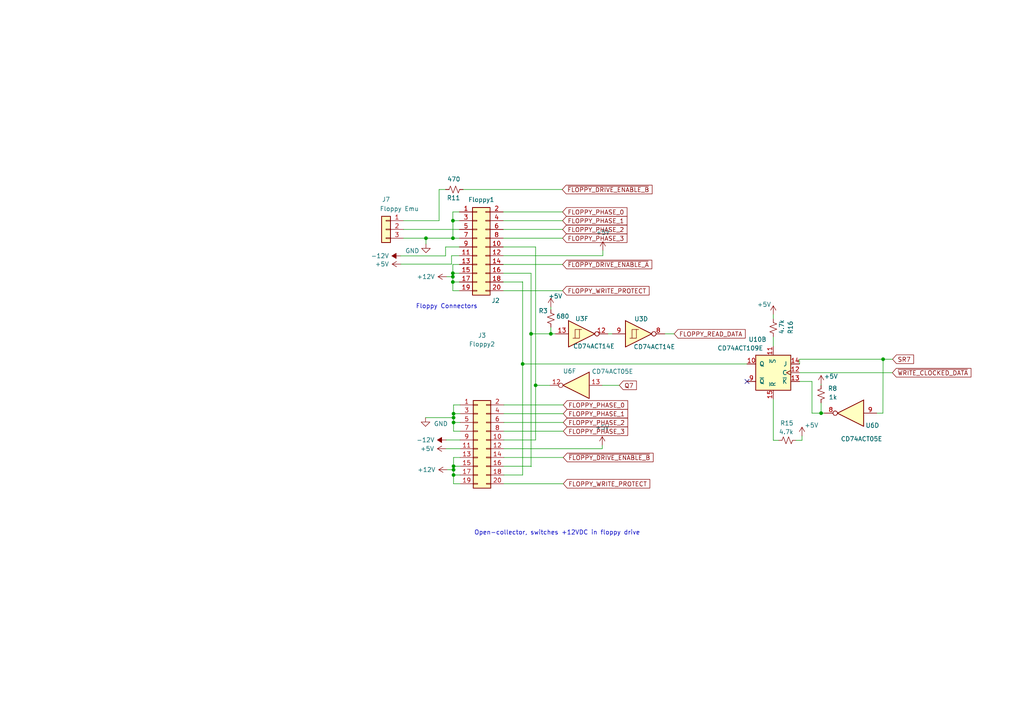
<source format=kicad_sch>
(kicad_sch (version 20230121) (generator eeschema)
  (paper "A4")
  (title_block (title "MicroSci Floppy Controller (floppy drive connectors)") (date "2023-08-25") (rev "0.3") (company "RyuCats"))
  (lib_symbols
    (symbol "74xx:74LS05" (pin_names (offset 1.016))
      (property "Reference" "U" (at 0 1.27 0))
      (property "Value" "74LS05" (at 0 -1.27 0))
      (symbol "74LS05_1_0"
        (polyline (pts (xy -3.81 3.81) (xy -3.81 -3.81) (xy 3.81 0) (xy -3.81 3.81)) (stroke (width 0.254)) (fill (type background)))
        (pin input line (at -7.62 0 0) (length 3.81) (name "~") (number "1"))
        (pin open_collector inverted (at 7.62 0 180) (length 3.81) (name "~") (number "2"))
      )
      (symbol "74LS05_2_0"
        (polyline (pts (xy -3.81 3.81) (xy -3.81 -3.81) (xy 3.81 0) (xy -3.81 3.81)) (stroke (width 0.254)) (fill (type background)))
        (pin input line (at -7.62 0 0) (length 3.81) (name "~") (number "3"))
        (pin open_collector inverted (at 7.62 0 180) (length 3.81) (name "~") (number "4"))
      )
      (symbol "74LS05_3_0"
        (polyline (pts (xy -3.81 3.81) (xy -3.81 -3.81) (xy 3.81 0) (xy -3.81 3.81)) (stroke (width 0.254)) (fill (type background)))
        (pin input line (at -7.62 0 0) (length 3.81) (name "~") (number "5"))
        (pin open_collector inverted (at 7.62 0 180) (length 3.81) (name "~") (number "6"))
      )
      (symbol "74LS05_4_0"
        (polyline (pts (xy -3.81 3.81) (xy -3.81 -3.81) (xy 3.81 0) (xy -3.81 3.81)) (stroke (width 0.254)) (fill (type background)))
        (pin open_collector inverted (at 7.62 0 180) (length 3.81) (name "~") (number "8"))
        (pin input line (at -7.62 0 0) (length 3.81) (name "~") (number "9"))
      )
      (symbol "74LS05_5_0"
        (polyline (pts (xy -3.81 3.81) (xy -3.81 -3.81) (xy 3.81 0) (xy -3.81 3.81)) (stroke (width 0.254)) (fill (type background)))
        (pin open_collector inverted (at 7.62 0 180) (length 3.81) (name "~") (number "10"))
        (pin input line (at -7.62 0 0) (length 3.81) (name "~") (number "11"))
      )
      (symbol "74LS05_6_0"
        (polyline (pts (xy -3.81 3.81) (xy -3.81 -3.81) (xy 3.81 0) (xy -3.81 3.81)) (stroke (width 0.254)) (fill (type background)))
        (pin open_collector inverted (at 7.62 0 180) (length 3.81) (name "~") (number "12"))
        (pin input line (at -7.62 0 0) (length 3.81) (name "~") (number "13"))
      )
      (symbol "74LS05_7_0"
        (pin power_in line (at 0 12.7 270) (length 5.08) (name "VCC") (number "14"))
        (pin power_in line (at 0 -12.7 90) (length 5.08) (name "GND") (number "7"))
      )
      (symbol "74LS05_7_1"
        (rectangle (start -5.08 7.62) (end 5.08 -7.62) (stroke (width 0.254)) (fill (type background)))
      )
    )
    (symbol "74xx:74LS109" (pin_names (offset 1.016))
      (property "Reference" "U" (at -7.62 8.89 0))
      (property "Value" "74LS109" (at -7.62 -8.89 0))
      (symbol "74LS109_1_0"
        (pin input line (at 0 -7.62 90) (length 2.54) (name "~{R}") (number "1"))
        (pin input line (at -7.62 2.54 0) (length 2.54) (name "J") (number "2"))
        (pin input line (at -7.62 -2.54 0) (length 2.54) (name "~{K}") (number "3"))
        (pin input clock (at -7.62 0 0) (length 2.54) (name "C") (number "4"))
        (pin input line (at 0 7.62 270) (length 2.54) (name "~{S}") (number "5"))
        (pin output line (at 7.62 2.54 180) (length 2.54) (name "Q") (number "6"))
        (pin output line (at 7.62 -2.54 180) (length 2.54) (name "~{Q}") (number "7"))
      )
      (symbol "74LS109_1_1"
        (rectangle (start -5.08 5.08) (end 5.08 -5.08) (stroke (width 0.254)) (fill (type background)))
      )
      (symbol "74LS109_2_0"
        (pin output line (at 7.62 2.54 180) (length 2.54) (name "Q") (number "10"))
        (pin input line (at 0 7.62 270) (length 2.54) (name "~{S}") (number "11"))
        (pin input clock (at -7.62 0 0) (length 2.54) (name "C") (number "12"))
        (pin input line (at -7.62 -2.54 0) (length 2.54) (name "~{K}") (number "13"))
        (pin input line (at -7.62 2.54 0) (length 2.54) (name "J") (number "14"))
        (pin input line (at 0 -7.62 90) (length 2.54) (name "~{R}") (number "15"))
        (pin output line (at 7.62 -2.54 180) (length 2.54) (name "~{Q}") (number "9"))
      )
      (symbol "74LS109_2_1"
        (rectangle (start -5.08 5.08) (end 5.08 -5.08) (stroke (width 0.254)) (fill (type background)))
      )
      (symbol "74LS109_3_0"
        (pin power_in line (at 0 10.16 270) (length 2.54) (name "VCC") (number "16"))
        (pin power_in line (at 0 -10.16 90) (length 2.54) (name "GND") (number "8"))
      )
      (symbol "74LS109_3_1"
        (rectangle (start -5.08 7.62) (end 5.08 -7.62) (stroke (width 0.254)) (fill (type background)))
      )
    )
    (symbol "74xx:74LS14" (pin_names (offset 1.016))
      (property "Reference" "U" (at 0 1.27 0))
      (property "Value" "74LS14" (at 0 -1.27 0))
      (symbol "74LS14_1_0"
        (polyline (pts (xy -3.81 3.81) (xy -3.81 -3.81) (xy 3.81 0) (xy -3.81 3.81)) (stroke (width 0.254)) (fill (type background)))
        (pin input line (at -7.62 0 0) (length 3.81) (name "~") (number "1"))
        (pin output inverted (at 7.62 0 180) (length 3.81) (name "~") (number "2"))
      )
      (symbol "74LS14_1_1"
        (polyline (pts (xy -1.905 -1.27) (xy -1.905 1.27) (xy -0.635 1.27)))
        (polyline (pts (xy -2.54 -1.27) (xy -0.635 -1.27) (xy -0.635 1.27) (xy 0 1.27)))
      )
      (symbol "74LS14_2_0"
        (polyline (pts (xy -3.81 3.81) (xy -3.81 -3.81) (xy 3.81 0) (xy -3.81 3.81)) (stroke (width 0.254)) (fill (type background)))
        (pin input line (at -7.62 0 0) (length 3.81) (name "~") (number "3"))
        (pin output inverted (at 7.62 0 180) (length 3.81) (name "~") (number "4"))
      )
      (symbol "74LS14_2_1"
        (polyline (pts (xy -1.905 -1.27) (xy -1.905 1.27) (xy -0.635 1.27)))
        (polyline (pts (xy -2.54 -1.27) (xy -0.635 -1.27) (xy -0.635 1.27) (xy 0 1.27)))
      )
      (symbol "74LS14_3_0"
        (polyline (pts (xy -3.81 3.81) (xy -3.81 -3.81) (xy 3.81 0) (xy -3.81 3.81)) (stroke (width 0.254)) (fill (type background)))
        (pin input line (at -7.62 0 0) (length 3.81) (name "~") (number "5"))
        (pin output inverted (at 7.62 0 180) (length 3.81) (name "~") (number "6"))
      )
      (symbol "74LS14_3_1"
        (polyline (pts (xy -1.905 -1.27) (xy -1.905 1.27) (xy -0.635 1.27)))
        (polyline (pts (xy -2.54 -1.27) (xy -0.635 -1.27) (xy -0.635 1.27) (xy 0 1.27)))
      )
      (symbol "74LS14_4_0"
        (polyline (pts (xy -3.81 3.81) (xy -3.81 -3.81) (xy 3.81 0) (xy -3.81 3.81)) (stroke (width 0.254)) (fill (type background)))
        (pin output inverted (at 7.62 0 180) (length 3.81) (name "~") (number "8"))
        (pin input line (at -7.62 0 0) (length 3.81) (name "~") (number "9"))
      )
      (symbol "74LS14_4_1"
        (polyline (pts (xy -1.905 -1.27) (xy -1.905 1.27) (xy -0.635 1.27)))
        (polyline (pts (xy -2.54 -1.27) (xy -0.635 -1.27) (xy -0.635 1.27) (xy 0 1.27)))
      )
      (symbol "74LS14_5_0"
        (polyline (pts (xy -3.81 3.81) (xy -3.81 -3.81) (xy 3.81 0) (xy -3.81 3.81)) (stroke (width 0.254)) (fill (type background)))
        (pin output inverted (at 7.62 0 180) (length 3.81) (name "~") (number "10"))
        (pin input line (at -7.62 0 0) (length 3.81) (name "~") (number "11"))
      )
      (symbol "74LS14_5_1"
        (polyline (pts (xy -1.905 -1.27) (xy -1.905 1.27) (xy -0.635 1.27)))
        (polyline (pts (xy -2.54 -1.27) (xy -0.635 -1.27) (xy -0.635 1.27) (xy 0 1.27)))
      )
      (symbol "74LS14_6_0"
        (polyline (pts (xy -3.81 3.81) (xy -3.81 -3.81) (xy 3.81 0) (xy -3.81 3.81)) (stroke (width 0.254)) (fill (type background)))
        (pin output inverted (at 7.62 0 180) (length 3.81) (name "~") (number "12"))
        (pin input line (at -7.62 0 0) (length 3.81) (name "~") (number "13"))
      )
      (symbol "74LS14_6_1"
        (polyline (pts (xy -1.905 -1.27) (xy -1.905 1.27) (xy -0.635 1.27)))
        (polyline (pts (xy -2.54 -1.27) (xy -0.635 -1.27) (xy -0.635 1.27) (xy 0 1.27)))
      )
      (symbol "74LS14_7_0"
        (pin power_in line (at 0 12.7 270) (length 5.08) (name "VCC") (number "14"))
        (pin power_in line (at 0 -12.7 90) (length 5.08) (name "GND") (number "7"))
      )
      (symbol "74LS14_7_1"
        (rectangle (start -5.08 7.62) (end 5.08 -7.62) (stroke (width 0.254)) (fill (type background)))
      )
    )
    (symbol "Connector_Generic:Conn_01x03" (pin_names (offset 1.016) hide)
      (property "Reference" "J" (at 0 5.08 0))
      (property "Value" "Conn_01x03" (at 0 -5.08 0))
      (symbol "Conn_01x03_1_1"
        (rectangle (start -1.27 -2.413) (end 0 -2.667) (stroke (width 0.1524)))
        (rectangle (start -1.27 0.127) (end 0 -0.127) (stroke (width 0.1524)))
        (rectangle (start -1.27 2.667) (end 0 2.413) (stroke (width 0.1524)))
        (rectangle (start -1.27 3.81) (end 1.27 -3.81) (stroke (width 0.254)) (fill (type background)))
        (pin passive line (at -5.08 2.54 0) (length 3.81) (name "Pin_1") (number "1"))
        (pin passive line (at -5.08 0 0) (length 3.81) (name "Pin_2") (number "2"))
        (pin passive line (at -5.08 -2.54 0) (length 3.81) (name "Pin_3") (number "3"))
      )
    )
    (symbol "Connector_Generic:Conn_02x10_Odd_Even" (pin_names (offset 1.016) hide)
      (property "Reference" "J" (at 1.27 12.7 0))
      (property "Value" "Conn_02x10_Odd_Even" (at 1.27 -15.24 0))
      (symbol "Conn_02x10_Odd_Even_1_1"
        (rectangle (start -1.27 -12.573) (end 0 -12.827) (stroke (width 0.1524)))
        (rectangle (start -1.27 -10.033) (end 0 -10.287) (stroke (width 0.1524)))
        (rectangle (start -1.27 -7.493) (end 0 -7.747) (stroke (width 0.1524)))
        (rectangle (start -1.27 -4.953) (end 0 -5.207) (stroke (width 0.1524)))
        (rectangle (start -1.27 -2.413) (end 0 -2.667) (stroke (width 0.1524)))
        (rectangle (start -1.27 0.127) (end 0 -0.127) (stroke (width 0.1524)))
        (rectangle (start -1.27 2.667) (end 0 2.413) (stroke (width 0.1524)))
        (rectangle (start -1.27 5.207) (end 0 4.953) (stroke (width 0.1524)))
        (rectangle (start -1.27 7.747) (end 0 7.493) (stroke (width 0.1524)))
        (rectangle (start -1.27 10.287) (end 0 10.033) (stroke (width 0.1524)))
        (rectangle (start -1.27 11.43) (end 3.81 -13.97) (stroke (width 0.254)) (fill (type background)))
        (rectangle (start 3.81 -12.573) (end 2.54 -12.827) (stroke (width 0.1524)))
        (rectangle (start 3.81 -10.033) (end 2.54 -10.287) (stroke (width 0.1524)))
        (rectangle (start 3.81 -7.493) (end 2.54 -7.747) (stroke (width 0.1524)))
        (rectangle (start 3.81 -4.953) (end 2.54 -5.207) (stroke (width 0.1524)))
        (rectangle (start 3.81 -2.413) (end 2.54 -2.667) (stroke (width 0.1524)))
        (rectangle (start 3.81 0.127) (end 2.54 -0.127) (stroke (width 0.1524)))
        (rectangle (start 3.81 2.667) (end 2.54 2.413) (stroke (width 0.1524)))
        (rectangle (start 3.81 5.207) (end 2.54 4.953) (stroke (width 0.1524)))
        (rectangle (start 3.81 7.747) (end 2.54 7.493) (stroke (width 0.1524)))
        (rectangle (start 3.81 10.287) (end 2.54 10.033) (stroke (width 0.1524)))
        (pin passive line (at -5.08 10.16 0) (length 3.81) (name "Pin_1") (number "1"))
        (pin passive line (at 7.62 0 180) (length 3.81) (name "Pin_10") (number "10"))
        (pin passive line (at -5.08 -2.54 0) (length 3.81) (name "Pin_11") (number "11"))
        (pin passive line (at 7.62 -2.54 180) (length 3.81) (name "Pin_12") (number "12"))
        (pin passive line (at -5.08 -5.08 0) (length 3.81) (name "Pin_13") (number "13"))
        (pin passive line (at 7.62 -5.08 180) (length 3.81) (name "Pin_14") (number "14"))
        (pin passive line (at -5.08 -7.62 0) (length 3.81) (name "Pin_15") (number "15"))
        (pin passive line (at 7.62 -7.62 180) (length 3.81) (name "Pin_16") (number "16"))
        (pin passive line (at -5.08 -10.16 0) (length 3.81) (name "Pin_17") (number "17"))
        (pin passive line (at 7.62 -10.16 180) (length 3.81) (name "Pin_18") (number "18"))
        (pin passive line (at -5.08 -12.7 0) (length 3.81) (name "Pin_19") (number "19"))
        (pin passive line (at 7.62 10.16 180) (length 3.81) (name "Pin_2") (number "2"))
        (pin passive line (at 7.62 -12.7 180) (length 3.81) (name "Pin_20") (number "20"))
        (pin passive line (at -5.08 7.62 0) (length 3.81) (name "Pin_3") (number "3"))
        (pin passive line (at 7.62 7.62 180) (length 3.81) (name "Pin_4") (number "4"))
        (pin passive line (at -5.08 5.08 0) (length 3.81) (name "Pin_5") (number "5"))
        (pin passive line (at 7.62 5.08 180) (length 3.81) (name "Pin_6") (number "6"))
        (pin passive line (at -5.08 2.54 0) (length 3.81) (name "Pin_7") (number "7"))
        (pin passive line (at 7.62 2.54 180) (length 3.81) (name "Pin_8") (number "8"))
        (pin passive line (at -5.08 0 0) (length 3.81) (name "Pin_9") (number "9"))
      )
    )
    (symbol "Device:R_Small_US" (pin_numbers hide) (pin_names (offset 0.254) hide)
      (property "Reference" "R" (at 0.762 0.508 0))
      (property "Value" "R_Small_US" (at 0.762 -1.016 0))
      (symbol "R_Small_US_1_1"
        (polyline (pts (xy 0 0) (xy 1.016 -0.381) (xy 0 -0.762) (xy -1.016 -1.143) (xy 0 -1.524)))
        (polyline (pts (xy 0 1.524) (xy 1.016 1.143) (xy 0 0.762) (xy -1.016 0.381) (xy 0 0)))
        (pin passive line (at 0 2.54 270) (length 1.016) (name "~") (number "1"))
        (pin passive line (at 0 -2.54 90) (length 1.016) (name "~") (number "2"))
      )
    )
    (symbol "power:+12V" (power) (pin_names (offset 0))
      (property "Value" "+12V" (at 0 3.556 0))
      (symbol "+12V_0_1"
        (polyline (pts (xy -0.762 1.27) (xy 0 2.54)))
        (polyline (pts (xy 0 0) (xy 0 2.54)))
        (polyline (pts (xy 0 2.54) (xy 0.762 1.27)))
      )
      (symbol "+12V_1_1"
        (pin power_in line (at 0 0 90) (length 0) hide (name "+12V") (number "1"))
      )
    )
    (symbol "power:+5V" (power) (pin_names (offset 0))
      (property "Value" "+5V" (at 0 3.556 0))
      (symbol "+5V_0_1"
        (polyline (pts (xy -0.762 1.27) (xy 0 2.54)))
        (polyline (pts (xy 0 0) (xy 0 2.54)))
        (polyline (pts (xy 0 2.54) (xy 0.762 1.27)))
      )
      (symbol "+5V_1_1"
        (pin power_in line (at 0 0 90) (length 0) hide (name "+5V") (number "1"))
      )
    )
    (symbol "power:-12V" (power) (pin_names (offset 0))
      (property "Value" "-12V" (at 0 3.81 0))
      (symbol "-12V_0_0"
        (pin power_in line (at 0 0 90) (length 0) hide (name "-12V") (number "1"))
      )
      (symbol "-12V_0_1"
        (polyline (pts (xy 0 0) (xy 0 1.27) (xy 0.762 1.27) (xy 0 2.54) (xy -0.762 1.27) (xy 0 1.27)) (fill (type outline)))
      )
    )
    (symbol "power:GND" (power) (pin_names (offset 0))
      (property "Value" "GND" (at 0 -3.81 0))
      (symbol "GND_0_1"
        (polyline (pts (xy 0 0) (xy 0 -1.27) (xy 1.27 -1.27) (xy 0 -2.54) (xy -1.27 -1.27) (xy 0 -1.27)))
      )
      (symbol "GND_1_1"
        (pin power_in line (at 0 0 270) (length 0) hide (name "GND") (number "1"))
      )
    )
  )
  (junction (at 131.3688 64.008))
  (junction (at 131.3434 81.788))
  (junction (at 131.5466 119.9896))
  (junction (at 131.3434 79.248))
  (junction (at 131.5466 122.5296))
  (junction (at 131.5466 121.1326))
  (junction (at 155.3464 111.76))
  (junction (at 131.5466 137.7696))
  (junction (at 131.5466 136.2456))
  (junction (at 151.5872 105.5624))
  (junction (at 131.5466 135.2296))
  (junction (at 131.3434 80.264))
  (junction (at 238.1504 119.8372))
  (junction (at 131.3688 69.088))
  (junction (at 159.766 96.8248))
  (junction (at 256.1336 104.1908))
  (junction (at 123.5456 69.088))
  (junction (at 154.0256 96.8248))
  (no_connect (at 216.662 110.6424))
  (wire (pts (xy 145.9484 66.548) (xy 163.1696 66.548)))
  (wire (pts (xy 131.3434 61.468) (xy 131.3434 64.008)))
  (wire (pts (xy 131.5466 125.0696) (xy 133.4516 125.0696)))
  (wire (pts (xy 123.4186 121.1326) (xy 131.5466 121.1326)))
  (wire (pts (xy 159.766 89.0524) (xy 159.766 89.8144)))
  (wire (pts (xy 154.0256 79.248) (xy 154.0256 96.8248)))
  (wire (pts (xy 155.3464 111.76) (xy 155.3464 127.6096)))
  (wire (pts (xy 146.1516 117.4496) (xy 163.3728 117.4496)))
  (wire (pts (xy 129.3876 130.1496) (xy 133.4516 130.1496)))
  (wire (pts (xy 131.5466 122.5296) (xy 133.4516 122.5296)))
  (wire (pts (xy 151.5364 81.788) (xy 145.9484 81.788)))
  (wire (pts (xy 235.5088 119.8372) (xy 235.5088 110.6424)))
  (wire (pts (xy 151.5872 105.5624) (xy 151.5872 137.7696)))
  (wire (pts (xy 176.3268 96.8248) (xy 177.5968 96.8248)))
  (wire (pts (xy 131.3434 81.788) (xy 131.3434 84.328)))
  (wire (pts (xy 131.3434 80.264) (xy 131.3434 81.788)))
  (wire (pts (xy 145.9484 64.008) (xy 163.1696 64.008)))
  (wire (pts (xy 174.6758 129.1844) (xy 174.6758 130.1496)))
  (wire (pts (xy 116.2812 76.6064) (xy 130.9624 76.6064)))
  (wire (pts (xy 154.0256 96.8248) (xy 154.0256 135.3312)))
  (wire (pts (xy 145.9484 69.088) (xy 163.1696 69.088)))
  (wire (pts (xy 224.282 97.6376) (xy 224.282 100.4824)))
  (wire (pts (xy 146.1516 132.6896) (xy 163.3728 132.6896)))
  (wire (pts (xy 130.9624 76.6064) (xy 130.9624 74.168)))
  (wire (pts (xy 146.1516 130.1496) (xy 174.6758 130.1496)))
  (wire (pts (xy 129.2352 74.2188) (xy 129.2352 71.628)))
  (wire (pts (xy 133.4516 132.6896) (xy 131.5466 132.6896)))
  (wire (pts (xy 155.3464 71.628) (xy 155.3464 111.76)))
  (wire (pts (xy 130.9624 74.168) (xy 133.2484 74.168)))
  (wire (pts (xy 224.282 127.7112) (xy 225.806 127.7112)))
  (wire (pts (xy 239.0648 119.8372) (xy 238.1504 119.8372)))
  (wire (pts (xy 131.5466 117.4496) (xy 131.5466 119.9896)))
  (wire (pts (xy 131.5466 137.7696) (xy 133.4516 137.7696)))
  (wire (pts (xy 224.282 115.7224) (xy 224.282 127.7112)))
  (wire (pts (xy 145.9484 84.328) (xy 163.1696 84.328)))
  (wire (pts (xy 117.0432 66.548) (xy 133.2484 66.548)))
  (wire (pts (xy 238.1504 119.8372) (xy 235.5088 119.8372)))
  (wire (pts (xy 131.5466 140.3096) (xy 133.4516 140.3096)))
  (wire (pts (xy 145.9484 76.708) (xy 163.1696 76.708)))
  (wire (pts (xy 131.3434 79.248) (xy 131.3434 80.264)))
  (wire (pts (xy 146.1516 135.2296) (xy 154.0764 135.2296)))
  (wire (pts (xy 131.3434 81.788) (xy 133.2484 81.788)))
  (wire (pts (xy 131.3688 69.088) (xy 133.2484 69.088)))
  (wire (pts (xy 131.5466 122.5296) (xy 131.5466 125.0696)))
  (wire (pts (xy 151.5872 105.5624) (xy 216.662 105.5624)))
  (wire (pts (xy 131.3434 64.008) (xy 131.3688 64.008)))
  (wire (pts (xy 146.1516 137.7696) (xy 151.5872 137.7696)))
  (wire (pts (xy 195.5292 96.8248) (xy 192.8368 96.8248)))
  (wire (pts (xy 131.5466 132.6896) (xy 131.5466 135.2296)))
  (wire (pts (xy 151.5364 81.7372) (xy 151.5872 81.7372)))
  (wire (pts (xy 179.6288 111.76) (xy 174.7012 111.76)))
  (wire (pts (xy 131.3434 84.328) (xy 133.2484 84.328)))
  (wire (pts (xy 117.0432 64.008) (xy 127.3556 64.008)))
  (wire (pts (xy 159.766 94.8944) (xy 159.766 96.8248)))
  (wire (pts (xy 131.3688 64.008) (xy 131.3688 69.088)))
  (wire (pts (xy 155.3464 111.76) (xy 159.4612 111.76)))
  (wire (pts (xy 131.5466 121.1326) (xy 131.5466 122.5296)))
  (wire (pts (xy 129.2352 71.628) (xy 133.2484 71.628)))
  (wire (pts (xy 254.3048 119.8372) (xy 256.0828 119.8372)))
  (wire (pts (xy 145.9484 61.468) (xy 163.1696 61.468)))
  (wire (pts (xy 127.3556 54.9656) (xy 129.2352 54.9656)))
  (wire (pts (xy 133.2484 61.468) (xy 131.3434 61.468)))
  (wire (pts (xy 134.3152 54.9656) (xy 163.068 54.9656)))
  (wire (pts (xy 116.1796 74.2188) (xy 129.2352 74.2188)))
  (wire (pts (xy 154.0256 96.8248) (xy 159.766 96.8248)))
  (wire (pts (xy 238.1504 116.84) (xy 238.1504 119.8372)))
  (wire (pts (xy 224.282 91.2368) (xy 224.282 92.5576)))
  (wire (pts (xy 131.5466 119.9896) (xy 133.4516 119.9896)))
  (wire (pts (xy 131.5466 137.7696) (xy 131.5466 140.3096)))
  (wire (pts (xy 256.1336 104.1908) (xy 231.902 104.1908)))
  (wire (pts (xy 154.0256 135.3312) (xy 154.0764 135.3312)))
  (wire (pts (xy 174.8536 72.644) (xy 174.8536 74.168)))
  (wire (pts (xy 123.5456 69.088) (xy 123.5456 70.7644)))
  (wire (pts (xy 145.9484 71.628) (xy 155.3464 71.628)))
  (wire (pts (xy 231.902 108.1024) (xy 258.826 108.1024)))
  (wire (pts (xy 146.1516 122.5296) (xy 163.3728 122.5296)))
  (wire (pts (xy 131.3434 76.708) (xy 131.3434 79.248)))
  (wire (pts (xy 151.5364 81.7372) (xy 151.5364 81.788)))
  (wire (pts (xy 131.5466 119.9896) (xy 131.5466 121.1326)))
  (wire (pts (xy 146.1516 127.6096) (xy 155.3464 127.6096)))
  (wire (pts (xy 131.3434 79.248) (xy 133.2484 79.248)))
  (wire (pts (xy 145.9484 74.168) (xy 174.8536 74.168)))
  (wire (pts (xy 238.1504 111.4552) (xy 238.1504 111.76)))
  (wire (pts (xy 145.9484 79.248) (xy 154.0256 79.248)))
  (wire (pts (xy 131.3688 64.008) (xy 133.2484 64.008)))
  (wire (pts (xy 131.5466 135.2296) (xy 133.4516 135.2296)))
  (wire (pts (xy 151.5872 81.7372) (xy 151.5872 105.5624)))
  (wire (pts (xy 131.5466 135.2296) (xy 131.5466 136.2456)))
  (wire (pts (xy 127.3556 64.008) (xy 127.3556 54.9656)))
  (wire (pts (xy 258.8768 104.1908) (xy 256.1336 104.1908)))
  (wire (pts (xy 146.1516 119.9896) (xy 163.3728 119.9896)))
  (wire (pts (xy 231.902 104.1908) (xy 231.902 105.5624)))
  (wire (pts (xy 123.5456 69.088) (xy 131.3688 69.088)))
  (wire (pts (xy 117.0432 69.088) (xy 123.5456 69.088)))
  (wire (pts (xy 133.2484 76.708) (xy 131.3434 76.708)))
  (wire (pts (xy 129.7686 136.2456) (xy 131.5466 136.2456)))
  (wire (pts (xy 235.5088 110.6424) (xy 231.902 110.6424)))
  (wire (pts (xy 146.1516 140.3096) (xy 163.3728 140.3096)))
  (wire (pts (xy 161.0868 96.8248) (xy 159.766 96.8248)))
  (wire (pts (xy 131.5466 136.2456) (xy 131.5466 137.7696)))
  (wire (pts (xy 232.6132 127.7112) (xy 232.6132 126.4412)))
  (wire (pts (xy 154.0764 135.3312) (xy 154.0764 135.2296)))
  (wire (pts (xy 133.4516 117.4496) (xy 131.5466 117.4496)))
  (wire (pts (xy 129.5908 80.264) (xy 131.3434 80.264)))
  (wire (pts (xy 256.1336 104.1908) (xy 256.0828 119.8372)))
  (wire (pts (xy 129.3876 127.6096) (xy 133.4516 127.6096)))
  (wire (pts (xy 230.886 127.7112) (xy 232.6132 127.7112)))
  (wire (pts (xy 146.1516 125.0696) (xy 163.3728 125.0696)))
  (text "Open-collector, switches +12VDC in floppy drive" (at 185.674 155.3464 0) (effects (font (size 1.27 1.27)) (justify right bottom)))
  (text "Floppy Connectors" (at 120.5992 89.7128 0) (effects (font (size 1.27 1.27)) (justify left bottom)))
  (global_label "~{FLOPPY_DRIVE_ENABLE_B}" (shape input) (at 163.3728 132.6896 0) (property "Intersheetrefs" "${INTERSHEET_REFS}" (effects hide)))
  (global_label "FLOPPY_WRITE_PROTECT" (shape input) (at 163.1696 84.328 0) (property "Intersheetrefs" "${INTERSHEET_REFS}" (effects hide)))
  (global_label "FLOPPY_WRITE_PROTECT" (shape input) (at 163.3728 140.3096 0) (property "Intersheetrefs" "${INTERSHEET_REFS}" (effects hide)))
  (global_label "FLOPPY_PHASE_2" (shape input) (at 163.1696 66.548 0) (property "Intersheetrefs" "${INTERSHEET_REFS}" (effects hide)))
  (global_label "FLOPPY_PHASE_0" (shape input) (at 163.3728 117.4496 0) (property "Intersheetrefs" "${INTERSHEET_REFS}" (effects hide)))
  (global_label "SR7" (shape input) (at 258.8768 104.1908 0) (property "Intersheetrefs" "${INTERSHEET_REFS}" (effects hide)))
  (global_label "~{FLOPPY_DRIVE_ENABLE_B}" (shape input) (at 163.068 54.9656 0) (property "Intersheetrefs" "${INTERSHEET_REFS}" (effects hide)))
  (global_label "Q7" (shape input) (at 179.6288 111.76 0) (property "Intersheetrefs" "${INTERSHEET_REFS}" (effects hide)))
  (global_label "~{WRITE_CLOCKED_DATA}" (shape input) (at 258.826 108.1024 0) (property "Intersheetrefs" "${INTERSHEET_REFS}" (effects hide)))
  (global_label "FLOPPY_PHASE_3" (shape input) (at 163.1696 69.088 0) (property "Intersheetrefs" "${INTERSHEET_REFS}" (effects hide)))
  (global_label "FLOPPY_PHASE_2" (shape input) (at 163.3728 122.5296 0) (property "Intersheetrefs" "${INTERSHEET_REFS}" (effects hide)))
  (global_label "FLOPPY_PHASE_3" (shape input) (at 163.3728 125.0696 0) (property "Intersheetrefs" "${INTERSHEET_REFS}" (effects hide)))
  (global_label "FLOPPY_PHASE_0" (shape input) (at 163.1696 61.468 0) (property "Intersheetrefs" "${INTERSHEET_REFS}" (effects hide)))
  (global_label "~{FLOPPY_DRIVE_ENABLE_A}" (shape input) (at 163.1696 76.708 0) (property "Intersheetrefs" "${INTERSHEET_REFS}" (effects hide)))
  (global_label "FLOPPY_PHASE_1" (shape input) (at 163.3728 119.9896 0) (property "Intersheetrefs" "${INTERSHEET_REFS}" (effects hide)))
  (global_label "FLOPPY_READ_DATA" (shape input) (at 195.5292 96.8248 0) (property "Intersheetrefs" "${INTERSHEET_REFS}" (effects hide)))
  (global_label "FLOPPY_PHASE_1" (shape input) (at 163.1696 64.008 0) (property "Intersheetrefs" "${INTERSHEET_REFS}" (effects hide)))
  (symbol (lib_id "Connector_Generic:Conn_01x03") (at 111.9632 66.548 0) (mirror y) (unit 1)
    (property "Reference" "J7" (at 111.9632 57.8612 0))
    (property "Value" "Floppy Emu" (at 115.824 60.5536 0))
    (property "Footprint" "Connector_PinHeader_2.54mm:PinHeader_1x03_P2.54mm_Vertical" (effects hide))
  )
  (symbol (lib_id "power:+5V") (at 116.2812 76.6064 90) (unit 1)
    (property "Reference" "#PWR019" (effects hide))
    (property "Value" "+5V" (at 112.8522 76.6064 90) (effects (justify left)))
    (instances (project "MicroSci Floppy Controller" (path "" (reference "#PWR019") (unit 1)) (path "" (reference "#PWR023") (unit 1)) (path "" (reference "#PWR019") (unit 1))) (project "Sequential Systems Q-Print" (path "" (reference "#PWR09") (unit 1))))
  )
  (symbol (lib_id "power:+12V") (at 129.7686 136.2456 90) (unit 1)
    (property "Reference" "#PWR024" (effects hide))
    (property "Value" "+12V" (at 126.3396 136.2456 90) (effects (justify left)))
    (instances (project "MicroSci Floppy Controller" (path "" (reference "#PWR024") (unit 1)) (path "" (reference "#PWR026") (unit 1)) (path "" (reference "#PWR026") (unit 1))))
  )
  (symbol (lib_id "74xx:74LS05") (at 167.0812 111.76 0) (mirror y) (unit 6)
    (property "Reference" "U6" (at 165.2016 107.6452 0))
    (property "Value" "CD74ACT05E" (at 177.6476 107.7468 0))
    (property "Footprint" "Package_DIP:DIP-14_W7.62mm" (effects hide))
    (property "Datasheet" "http://www.ti.com/lit/gpn/sn74LS05" (effects hide))
  )
  (symbol (lib_id "74xx:74LS05") (at 246.6848 119.8372 0) (mirror y) (unit 4)
    (property "Reference" "U6" (at 253.0348 123.3932 0))
    (property "Value" "CD74ACT05E" (at 249.8852 127.3048 0))
    (property "Footprint" "Package_DIP:DIP-14_W7.62mm" (effects hide))
    (property "Datasheet" "http://www.ti.com/lit/gpn/sn74LS05" (effects hide))
  )
  (symbol (lib_id "power:+5V") (at 238.1504 111.4552 0) (mirror y) (unit 1)
    (property "Reference" "#PWR08" (effects hide))
    (property "Value" "+5V" (at 240.9952 109.1692 0))
    (instances (project "MicroSci Floppy Controller" (path "" (reference "#PWR08") (unit 1)) (path "" (reference "#PWR035") (unit 1))) (project "Sequential Systems Q-Print" (path "" (reference "#PWR09") (unit 1))))
  )
  (symbol (lib_id "Connector_Generic:Conn_02x10_Odd_Even") (at 138.3284 71.628 0) (unit 1)
    (property "Reference" "J2" (at 143.764 87.1728 0))
    (property "Value" "Floppy1" (at 139.5984 57.912 0))
    (property "Footprint" "Connector_PinHeader_2.54mm:PinHeader_2x10_P2.54mm_Horizontal" (effects hide))
  )
  (symbol (lib_id "Device:R_Small_US") (at 159.766 92.3544 0) (unit 1)
    (property "Reference" "R3" (at 156.21 90.17 0) (effects (justify left)))
    (property "Value" "680" (at 161.29 91.7448 0) (effects (justify left)))
    (property "Footprint" "Resistor_THT:R_Axial_DIN0207_L6.3mm_D2.5mm_P7.62mm_Horizontal" (effects hide))
  )
  (symbol (lib_id "Connector_Generic:Conn_02x10_Odd_Even") (at 138.5316 127.6096 0) (unit 1)
    (property "Reference" "J3" (at 139.8016 97.282 0))
    (property "Value" "Floppy2" (at 139.8016 99.822 0))
    (property "Footprint" "Connector_PinHeader_2.54mm:PinHeader_2x10_P2.54mm_Horizontal" (effects hide))
  )
  (symbol (lib_id "74xx:74LS14") (at 168.7068 96.8248 0) (unit 6)
    (property "Reference" "U3" (at 166.8272 92.456 0) (effects (justify left)))
    (property "Value" "CD74ACT14E" (at 166.2176 100.4316 0) (effects (justify left)))
    (property "Footprint" "Package_DIP:DIP-14_W7.62mm" (effects hide))
    (property "Datasheet" "http://www.ti.com/lit/gpn/sn74LS14" (effects hide))
  )
  (symbol (lib_id "power:+5V") (at 159.766 89.0524 0) (unit 1)
    (property "Reference" "#PWR016" (effects hide))
    (property "Value" "+5V" (at 161.0868 85.9028 0))
    (instances (project "MicroSci Floppy Controller" (path "" (reference "#PWR016") (unit 1)) (path "" (reference "#PWR016") (unit 1)) (path "" (reference "#PWR021") (unit 1))))
  )
  (symbol (lib_id "power:GND") (at 123.4186 121.1326 0) (unit 1)
    (property "Reference" "#PWR017" (effects hide))
    (property "Value" "GND" (at 127.8636 122.9106 0))
    (instances (project "MicroSci Floppy Controller" (path "" (reference "#PWR017") (unit 1)) (path "" (reference "#PWR018") (unit 1)) (path "" (reference "#PWR022") (unit 1))))
  )
  (symbol (lib_id "Device:R_Small_US") (at 131.7752 54.9656 90) (unit 1)
    (property "Reference" "R11" (at 133.5024 57.404 90) (effects (justify left)))
    (property "Value" "470" (at 133.5532 51.9684 90) (effects (justify left)))
    (property "Footprint" "Resistor_THT:R_Axial_DIN0207_L6.3mm_D2.5mm_P7.62mm_Horizontal" (effects hide))
  )
  (symbol (lib_id "power:-12V") (at 129.3876 127.6096 90) (unit 1)
    (property "Reference" "#PWR022" (effects hide))
    (property "Value" "-12V" (at 123.4186 127.6096 90))
    (instances (project "MicroSci Floppy Controller" (path "" (reference "#PWR022") (unit 1)) (path "" (reference "#PWR020") (unit 1)) (path "" (reference "#PWR023") (unit 1))))
  )
  (symbol (lib_id "74xx:74LS14") (at 185.2168 96.8248 0) (unit 4)
    (property "Reference" "U3" (at 183.9468 92.5068 0) (effects (justify left)))
    (property "Value" "CD74ACT14E" (at 183.7436 100.584 0) (effects (justify left)))
    (property "Footprint" "Package_DIP:DIP-14_W7.62mm" (effects hide))
    (property "Datasheet" "http://www.ti.com/lit/gpn/sn74LS14" (effects hide))
  )
  (symbol (lib_id "Device:R_Small_US") (at 228.346 127.7112 270) (unit 1)
    (property "Reference" "R15" (at 230.1748 122.7328 90) (effects (justify right)))
    (property "Value" "4.7k" (at 230.1748 125.2728 90) (effects (justify right)))
    (property "Footprint" "Resistor_THT:R_Axial_DIN0207_L6.3mm_D2.5mm_P7.62mm_Horizontal" (effects hide))
  )
  (symbol (lib_id "power:+5V") (at 129.3876 130.1496 90) (unit 1)
    (property "Reference" "#PWR023" (effects hide))
    (property "Value" "+5V" (at 125.9586 130.1496 90) (effects (justify left)))
    (instances (project "MicroSci Floppy Controller" (path "" (reference "#PWR023") (unit 1)) (path "" (reference "#PWR024") (unit 1)) (path "" (reference "#PWR025") (unit 1))) (project "Sequential Systems Q-Print" (path "" (reference "#PWR09") (unit 1))))
  )
  (symbol (lib_id "power:+5V") (at 232.6132 126.4412 0) (mirror y) (unit 1)
    (property "Reference" "#PWR036" (effects hide))
    (property "Value" "+5V" (at 235.3564 123.3424 0))
  )
  (symbol (lib_id "power:-12V") (at 116.1796 74.2188 90) (unit 1)
    (property "Reference" "#PWR018" (effects hide))
    (property "Value" "-12V" (at 110.2106 74.2188 90))
    (instances (project "MicroSci Floppy Controller" (path "" (reference "#PWR018") (unit 1)) (path "" (reference "#PWR019") (unit 1)) (path "" (reference "#PWR018") (unit 1))))
  )
  (symbol (lib_id "power:+5V") (at 174.8536 72.644 0) (unit 1)
    (property "Reference" "#PWR025" (effects hide))
    (property "Value" "+5V" (at 174.8536 67.437 0))
    (instances (project "MicroSci Floppy Controller" (path "" (reference "#PWR025") (unit 1)) (path "" (reference "#PWR021") (unit 1)) (path "" (reference "#PWR017") (unit 1))) (project "Sequential Systems Q-Print" (path "" (reference "#PWR09") (unit 1))))
  )
  (symbol (lib_id "power:+12V") (at 129.5908 80.264 90) (unit 1)
    (property "Reference" "#PWR020" (effects hide))
    (property "Value" "+12V" (at 126.1618 80.264 90) (effects (justify left)))
    (instances (project "MicroSci Floppy Controller" (path "" (reference "#PWR020") (unit 1)) (path "" (reference "#PWR025") (unit 1)) (path "" (reference "#PWR020") (unit 1))))
  )
  (symbol (lib_id "power:+5V") (at 224.282 91.2368 0) (mirror y) (unit 1)
    (property "Reference" "#PWR035" (effects hide))
    (property "Value" "+5V" (at 221.615 88.3158 0))
    (instances (project "MicroSci Floppy Controller" (path "" (reference "#PWR035") (unit 1)) (path "" (reference "#PWR08") (unit 1))))
  )
  (symbol (lib_id "Device:R_Small_US") (at 238.1504 114.3 0) (mirror y) (unit 1)
    (property "Reference" "R8" (at 242.824 112.6744 0) (effects (justify left)))
    (property "Value" "1k" (at 242.824 115.2144 0) (effects (justify left)))
    (property "Footprint" "Resistor_THT:R_Axial_DIN0207_L6.3mm_D2.5mm_P7.62mm_Horizontal" (effects hide))
  )
  (symbol (lib_id "power:GND") (at 123.5456 70.7644 0) (unit 1)
    (property "Reference" "#PWR021" (effects hide))
    (property "Value" "GND" (at 119.5832 72.7456 0))
    (instances (project "MicroSci Floppy Controller" (path "" (reference "#PWR021") (unit 1)) (path "" (reference "#PWR017") (unit 1)) (path "" (reference "#PWR016") (unit 1))))
  )
  (symbol (lib_id "Device:R_Small_US") (at 224.282 95.0976 180) (unit 1)
    (property "Reference" "R16" (at 229.2604 96.9264 90) (effects (justify right)))
    (property "Value" "4.7k" (at 226.7204 96.9264 90) (effects (justify right)))
    (property "Footprint" "Resistor_THT:R_Axial_DIN0207_L6.3mm_D2.5mm_P7.62mm_Horizontal" (effects hide))
  )
  (symbol (lib_id "74xx:74LS109") (at 224.282 108.1024 0) (mirror y) (unit 2)
    (property "Reference" "U10" (at 222.3261 98.4504 0) (effects (justify left)))
    (property "Value" "CD74ACT109E " (at 222.3261 100.9904 0) (effects (justify left)))
    (property "Footprint" "Package_DIP:DIP-16_W7.62mm" (effects hide))
    (property "Datasheet" "http://www.ti.com/lit/gpn/sn74LS109" (effects hide))
  )
  (symbol (lib_id "power:+5V") (at 174.6758 129.1844 0) (unit 1)
    (property "Reference" "#PWR026" (effects hide))
    (property "Value" "+5V" (at 174.6758 123.9774 0))
    (instances (project "MicroSci Floppy Controller" (path "" (reference "#PWR026") (unit 1)) (path "" (reference "#PWR022") (unit 1)) (path "" (reference "#PWR024") (unit 1))) (project "Sequential Systems Q-Print" (path "" (reference "#PWR09") (unit 1))))
  )
)
</source>
